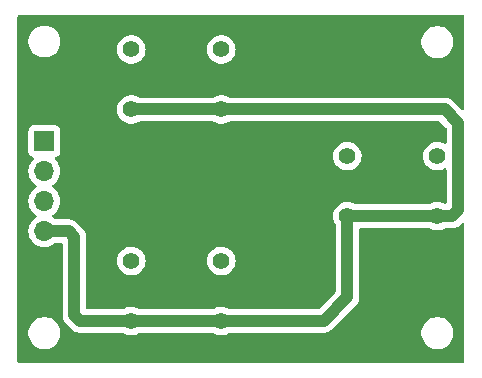
<source format=gbr>
%TF.GenerationSoftware,KiCad,Pcbnew,8.0.7*%
%TF.CreationDate,2025-01-07T20:01:39+01:00*%
%TF.ProjectId,keyboard,6b657962-6f61-4726-942e-6b696361645f,rev?*%
%TF.SameCoordinates,Original*%
%TF.FileFunction,Copper,L1,Top*%
%TF.FilePolarity,Positive*%
%FSLAX46Y46*%
G04 Gerber Fmt 4.6, Leading zero omitted, Abs format (unit mm)*
G04 Created by KiCad (PCBNEW 8.0.7) date 2025-01-07 20:01:39*
%MOMM*%
%LPD*%
G01*
G04 APERTURE LIST*
%TA.AperFunction,ComponentPad*%
%ADD10C,1.397000*%
%TD*%
%TA.AperFunction,ComponentPad*%
%ADD11R,1.700000X1.700000*%
%TD*%
%TA.AperFunction,ComponentPad*%
%ADD12O,1.700000X1.700000*%
%TD*%
%TA.AperFunction,Conductor*%
%ADD13C,1.000000*%
%TD*%
G04 APERTURE END LIST*
D10*
%TO.P,SW3,1,1*%
%TO.N,Net-(J1-Pin_3)*%
X54350000Y-45704000D03*
X61970000Y-45704000D03*
%TO.P,SW3,2,2*%
%TO.N,/5VB*%
X54350000Y-50784000D03*
X61970000Y-50784000D03*
%TD*%
%TO.P,SW2,1,1*%
%TO.N,Net-(J1-Pin_2)*%
X72644000Y-36830000D03*
X80264000Y-36830000D03*
%TO.P,SW2,2,2*%
%TO.N,/5VB*%
X72644000Y-41910000D03*
X80264000Y-41910000D03*
%TD*%
%TO.P,SW1,1,1*%
%TO.N,Net-(J1-Pin_1)*%
X54350000Y-27804000D03*
X61970000Y-27804000D03*
%TO.P,SW1,2,2*%
%TO.N,/5VB*%
X54350000Y-32884000D03*
X61970000Y-32884000D03*
%TD*%
D11*
%TO.P,J1,1,Pin_1*%
%TO.N,Net-(J1-Pin_1)*%
X46990000Y-35570000D03*
D12*
%TO.P,J1,2,Pin_2*%
%TO.N,Net-(J1-Pin_2)*%
X46990000Y-38110000D03*
%TO.P,J1,3,Pin_3*%
%TO.N,Net-(J1-Pin_3)*%
X46990000Y-40650000D03*
%TO.P,J1,4,Pin_4*%
%TO.N,/5VB*%
X46990000Y-43190000D03*
%TD*%
D13*
%TO.N,/5VB*%
X61970000Y-32884000D02*
X54350000Y-32884000D01*
X80890000Y-32884000D02*
X61970000Y-32884000D01*
X82042000Y-34036000D02*
X80890000Y-32884000D01*
X82042000Y-41402000D02*
X82042000Y-34036000D01*
X81534000Y-41910000D02*
X82042000Y-41402000D01*
X80264000Y-41910000D02*
X81534000Y-41910000D01*
X72644000Y-41910000D02*
X80264000Y-41910000D01*
X72644000Y-48768000D02*
X72644000Y-41910000D01*
X70628000Y-50784000D02*
X72644000Y-48768000D01*
X61970000Y-50784000D02*
X70628000Y-50784000D01*
X54350000Y-50784000D02*
X61970000Y-50784000D01*
X50054000Y-50784000D02*
X54350000Y-50784000D01*
X49530000Y-50292000D02*
X50038000Y-50800000D01*
X50038000Y-50800000D02*
X50054000Y-50784000D01*
X49530000Y-43688000D02*
X49530000Y-50292000D01*
X49032000Y-43190000D02*
X49530000Y-43688000D01*
X46990000Y-43190000D02*
X49032000Y-43190000D01*
%TD*%
%TA.AperFunction,NonConductor*%
G36*
X82493039Y-24911685D02*
G01*
X82538794Y-24964489D01*
X82550000Y-25016000D01*
X82550000Y-32829718D01*
X82530315Y-32896757D01*
X82477511Y-32942512D01*
X82408353Y-32952456D01*
X82344797Y-32923431D01*
X82338319Y-32917399D01*
X81671479Y-32250559D01*
X81671459Y-32250537D01*
X81527785Y-32106863D01*
X81527781Y-32106860D01*
X81363920Y-31997371D01*
X81363911Y-31997366D01*
X81291315Y-31967296D01*
X81235165Y-31944038D01*
X81181836Y-31921949D01*
X81181832Y-31921948D01*
X81181828Y-31921946D01*
X81085188Y-31902724D01*
X80988544Y-31883500D01*
X80988541Y-31883500D01*
X62667015Y-31883500D01*
X62601738Y-31864927D01*
X62506733Y-31806102D01*
X62506727Y-31806099D01*
X62399080Y-31764397D01*
X62299528Y-31725830D01*
X62081104Y-31685000D01*
X61858896Y-31685000D01*
X61640472Y-31725830D01*
X61590695Y-31745113D01*
X61433272Y-31806099D01*
X61433266Y-31806102D01*
X61338262Y-31864927D01*
X61272985Y-31883500D01*
X55047015Y-31883500D01*
X54981738Y-31864927D01*
X54886733Y-31806102D01*
X54886727Y-31806099D01*
X54779080Y-31764397D01*
X54679528Y-31725830D01*
X54461104Y-31685000D01*
X54238896Y-31685000D01*
X54020472Y-31725830D01*
X53970695Y-31745113D01*
X53813272Y-31806099D01*
X53813266Y-31806102D01*
X53624346Y-31923076D01*
X53624344Y-31923078D01*
X53460133Y-32072775D01*
X53326222Y-32250103D01*
X53227180Y-32449005D01*
X53227174Y-32449020D01*
X53166366Y-32662738D01*
X53166365Y-32662740D01*
X53145863Y-32883999D01*
X53145863Y-32884000D01*
X53166365Y-33105259D01*
X53166366Y-33105261D01*
X53227174Y-33318979D01*
X53227180Y-33318994D01*
X53326222Y-33517896D01*
X53460133Y-33695224D01*
X53624344Y-33844921D01*
X53624346Y-33844923D01*
X53813266Y-33961897D01*
X53813272Y-33961900D01*
X53842206Y-33973109D01*
X54020472Y-34042170D01*
X54238896Y-34083000D01*
X54238899Y-34083000D01*
X54461101Y-34083000D01*
X54461104Y-34083000D01*
X54679528Y-34042170D01*
X54886730Y-33961899D01*
X54979942Y-33904185D01*
X54981738Y-33903073D01*
X55047015Y-33884500D01*
X61272985Y-33884500D01*
X61338262Y-33903073D01*
X61433266Y-33961897D01*
X61433272Y-33961900D01*
X61462206Y-33973109D01*
X61640472Y-34042170D01*
X61858896Y-34083000D01*
X61858899Y-34083000D01*
X62081101Y-34083000D01*
X62081104Y-34083000D01*
X62299528Y-34042170D01*
X62506730Y-33961899D01*
X62599942Y-33904185D01*
X62601738Y-33903073D01*
X62667015Y-33884500D01*
X80424218Y-33884500D01*
X80491257Y-33904185D01*
X80511899Y-33920819D01*
X81005181Y-34414101D01*
X81038666Y-34475424D01*
X81041500Y-34501782D01*
X81041500Y-35678556D01*
X81021815Y-35745595D01*
X80969011Y-35791350D01*
X80899853Y-35801294D01*
X80852224Y-35783984D01*
X80800730Y-35752101D01*
X80800727Y-35752099D01*
X80693080Y-35710397D01*
X80593528Y-35671830D01*
X80375104Y-35631000D01*
X80152896Y-35631000D01*
X79934472Y-35671830D01*
X79884695Y-35691113D01*
X79727272Y-35752099D01*
X79727266Y-35752102D01*
X79538346Y-35869076D01*
X79538344Y-35869078D01*
X79374133Y-36018775D01*
X79240222Y-36196103D01*
X79141180Y-36395005D01*
X79141174Y-36395020D01*
X79080366Y-36608738D01*
X79080365Y-36608740D01*
X79059863Y-36829999D01*
X79059863Y-36830000D01*
X79080365Y-37051259D01*
X79080366Y-37051261D01*
X79141174Y-37264979D01*
X79141180Y-37264994D01*
X79240222Y-37463896D01*
X79374133Y-37641224D01*
X79538344Y-37790921D01*
X79538346Y-37790923D01*
X79727266Y-37907897D01*
X79727272Y-37907900D01*
X79756206Y-37919109D01*
X79934472Y-37988170D01*
X80152896Y-38029000D01*
X80152899Y-38029000D01*
X80375101Y-38029000D01*
X80375104Y-38029000D01*
X80593528Y-37988170D01*
X80800730Y-37907899D01*
X80852223Y-37876015D01*
X80919583Y-37857460D01*
X80986282Y-37878268D01*
X81031144Y-37931834D01*
X81041500Y-37981443D01*
X81041500Y-40758556D01*
X81021815Y-40825595D01*
X80969011Y-40871350D01*
X80899853Y-40881294D01*
X80852224Y-40863984D01*
X80800730Y-40832101D01*
X80800727Y-40832099D01*
X80693080Y-40790397D01*
X80593528Y-40751830D01*
X80375104Y-40711000D01*
X80152896Y-40711000D01*
X79934472Y-40751830D01*
X79884695Y-40771113D01*
X79727272Y-40832099D01*
X79727266Y-40832102D01*
X79632262Y-40890927D01*
X79566985Y-40909500D01*
X73341015Y-40909500D01*
X73275738Y-40890927D01*
X73180733Y-40832102D01*
X73180727Y-40832099D01*
X73073080Y-40790397D01*
X72973528Y-40751830D01*
X72755104Y-40711000D01*
X72532896Y-40711000D01*
X72314472Y-40751830D01*
X72264695Y-40771113D01*
X72107272Y-40832099D01*
X72107266Y-40832102D01*
X71918346Y-40949076D01*
X71918344Y-40949078D01*
X71754133Y-41098775D01*
X71620222Y-41276103D01*
X71521180Y-41475005D01*
X71521174Y-41475020D01*
X71460366Y-41688738D01*
X71460365Y-41688740D01*
X71439863Y-41909999D01*
X71439863Y-41910000D01*
X71460365Y-42131259D01*
X71460366Y-42131261D01*
X71521174Y-42344979D01*
X71521180Y-42344994D01*
X71620224Y-42543901D01*
X71623241Y-42548773D01*
X71621567Y-42549809D01*
X71643144Y-42606890D01*
X71643500Y-42616281D01*
X71643500Y-48302217D01*
X71623815Y-48369256D01*
X71607181Y-48389898D01*
X70249899Y-49747181D01*
X70188576Y-49780666D01*
X70162218Y-49783500D01*
X62667015Y-49783500D01*
X62601738Y-49764927D01*
X62506733Y-49706102D01*
X62506727Y-49706099D01*
X62399080Y-49664397D01*
X62299528Y-49625830D01*
X62081104Y-49585000D01*
X61858896Y-49585000D01*
X61640472Y-49625830D01*
X61590695Y-49645113D01*
X61433272Y-49706099D01*
X61433266Y-49706102D01*
X61338262Y-49764927D01*
X61272985Y-49783500D01*
X55047015Y-49783500D01*
X54981738Y-49764927D01*
X54886733Y-49706102D01*
X54886727Y-49706099D01*
X54779080Y-49664397D01*
X54679528Y-49625830D01*
X54461104Y-49585000D01*
X54238896Y-49585000D01*
X54020472Y-49625830D01*
X53970695Y-49645113D01*
X53813272Y-49706099D01*
X53813266Y-49706102D01*
X53718262Y-49764927D01*
X53652985Y-49783500D01*
X50654500Y-49783500D01*
X50587461Y-49763815D01*
X50541706Y-49711011D01*
X50530500Y-49659500D01*
X50530500Y-45703999D01*
X53145863Y-45703999D01*
X53145863Y-45704000D01*
X53166365Y-45925259D01*
X53166366Y-45925261D01*
X53227174Y-46138979D01*
X53227180Y-46138994D01*
X53326222Y-46337896D01*
X53460133Y-46515224D01*
X53624344Y-46664921D01*
X53624346Y-46664923D01*
X53813266Y-46781897D01*
X53813272Y-46781900D01*
X53842206Y-46793109D01*
X54020472Y-46862170D01*
X54238896Y-46903000D01*
X54238899Y-46903000D01*
X54461101Y-46903000D01*
X54461104Y-46903000D01*
X54679528Y-46862170D01*
X54886730Y-46781899D01*
X55075655Y-46664922D01*
X55239868Y-46515222D01*
X55373778Y-46337896D01*
X55472824Y-46138984D01*
X55533634Y-45925260D01*
X55554137Y-45704000D01*
X55554137Y-45703999D01*
X60765863Y-45703999D01*
X60765863Y-45704000D01*
X60786365Y-45925259D01*
X60786366Y-45925261D01*
X60847174Y-46138979D01*
X60847180Y-46138994D01*
X60946222Y-46337896D01*
X61080133Y-46515224D01*
X61244344Y-46664921D01*
X61244346Y-46664923D01*
X61433266Y-46781897D01*
X61433272Y-46781900D01*
X61462206Y-46793109D01*
X61640472Y-46862170D01*
X61858896Y-46903000D01*
X61858899Y-46903000D01*
X62081101Y-46903000D01*
X62081104Y-46903000D01*
X62299528Y-46862170D01*
X62506730Y-46781899D01*
X62695655Y-46664922D01*
X62859868Y-46515222D01*
X62993778Y-46337896D01*
X63092824Y-46138984D01*
X63153634Y-45925260D01*
X63174137Y-45704000D01*
X63153634Y-45482740D01*
X63092824Y-45269016D01*
X62993778Y-45070104D01*
X62859868Y-44892778D01*
X62859866Y-44892775D01*
X62695655Y-44743078D01*
X62695653Y-44743076D01*
X62506733Y-44626102D01*
X62506727Y-44626099D01*
X62399080Y-44584397D01*
X62299528Y-44545830D01*
X62081104Y-44505000D01*
X61858896Y-44505000D01*
X61640472Y-44545830D01*
X61590695Y-44565113D01*
X61433272Y-44626099D01*
X61433266Y-44626102D01*
X61244346Y-44743076D01*
X61244344Y-44743078D01*
X61080133Y-44892775D01*
X60946222Y-45070103D01*
X60847180Y-45269005D01*
X60847174Y-45269020D01*
X60786366Y-45482738D01*
X60786365Y-45482740D01*
X60765863Y-45703999D01*
X55554137Y-45703999D01*
X55533634Y-45482740D01*
X55472824Y-45269016D01*
X55373778Y-45070104D01*
X55239868Y-44892778D01*
X55239866Y-44892775D01*
X55075655Y-44743078D01*
X55075653Y-44743076D01*
X54886733Y-44626102D01*
X54886727Y-44626099D01*
X54779080Y-44584397D01*
X54679528Y-44545830D01*
X54461104Y-44505000D01*
X54238896Y-44505000D01*
X54020472Y-44545830D01*
X53970695Y-44565113D01*
X53813272Y-44626099D01*
X53813266Y-44626102D01*
X53624346Y-44743076D01*
X53624344Y-44743078D01*
X53460133Y-44892775D01*
X53326222Y-45070103D01*
X53227180Y-45269005D01*
X53227174Y-45269020D01*
X53166366Y-45482738D01*
X53166365Y-45482740D01*
X53145863Y-45703999D01*
X50530500Y-45703999D01*
X50530500Y-43589456D01*
X50492052Y-43396170D01*
X50492051Y-43396169D01*
X50492051Y-43396165D01*
X50492049Y-43396160D01*
X50416635Y-43214092D01*
X50416628Y-43214079D01*
X50307140Y-43050219D01*
X50244818Y-42987897D01*
X50167782Y-42910861D01*
X50167781Y-42910860D01*
X49816208Y-42559288D01*
X49816206Y-42559285D01*
X49816206Y-42559286D01*
X49809139Y-42552219D01*
X49809139Y-42552218D01*
X49669782Y-42412861D01*
X49669781Y-42412860D01*
X49669780Y-42412859D01*
X49505920Y-42303371D01*
X49505911Y-42303366D01*
X49433315Y-42273296D01*
X49377165Y-42250038D01*
X49323836Y-42227949D01*
X49323832Y-42227948D01*
X49323828Y-42227946D01*
X49227188Y-42208724D01*
X49130544Y-42189500D01*
X49130541Y-42189500D01*
X47950758Y-42189500D01*
X47883719Y-42169815D01*
X47863077Y-42153181D01*
X47861402Y-42151506D01*
X47861396Y-42151501D01*
X47675842Y-42021575D01*
X47632217Y-41966998D01*
X47625023Y-41897500D01*
X47656546Y-41835145D01*
X47675842Y-41818425D01*
X47698026Y-41802891D01*
X47861401Y-41688495D01*
X48028495Y-41521401D01*
X48164035Y-41327830D01*
X48263903Y-41113663D01*
X48325063Y-40885408D01*
X48345659Y-40650000D01*
X48325063Y-40414592D01*
X48263903Y-40186337D01*
X48164035Y-39972171D01*
X48028495Y-39778599D01*
X48028494Y-39778597D01*
X47861402Y-39611506D01*
X47861396Y-39611501D01*
X47675842Y-39481575D01*
X47632217Y-39426998D01*
X47625023Y-39357500D01*
X47656546Y-39295145D01*
X47675842Y-39278425D01*
X47698026Y-39262891D01*
X47861401Y-39148495D01*
X48028495Y-38981401D01*
X48164035Y-38787830D01*
X48263903Y-38573663D01*
X48325063Y-38345408D01*
X48345659Y-38110000D01*
X48325063Y-37874592D01*
X48263903Y-37646337D01*
X48164035Y-37432171D01*
X48046966Y-37264979D01*
X48028496Y-37238600D01*
X48028495Y-37238599D01*
X47906567Y-37116671D01*
X47873084Y-37055351D01*
X47878068Y-36985659D01*
X47919939Y-36929725D01*
X47950915Y-36912810D01*
X48082331Y-36863796D01*
X48127478Y-36829999D01*
X71439863Y-36829999D01*
X71439863Y-36830000D01*
X71460365Y-37051259D01*
X71460366Y-37051261D01*
X71521174Y-37264979D01*
X71521180Y-37264994D01*
X71620222Y-37463896D01*
X71754133Y-37641224D01*
X71918344Y-37790921D01*
X71918346Y-37790923D01*
X72107266Y-37907897D01*
X72107272Y-37907900D01*
X72136206Y-37919109D01*
X72314472Y-37988170D01*
X72532896Y-38029000D01*
X72532899Y-38029000D01*
X72755101Y-38029000D01*
X72755104Y-38029000D01*
X72973528Y-37988170D01*
X73180730Y-37907899D01*
X73369655Y-37790922D01*
X73509200Y-37663709D01*
X73533866Y-37641224D01*
X73533868Y-37641222D01*
X73667778Y-37463896D01*
X73766824Y-37264984D01*
X73827634Y-37051260D01*
X73848137Y-36830000D01*
X73843276Y-36777547D01*
X73827634Y-36608740D01*
X73827633Y-36608738D01*
X73787556Y-36467883D01*
X73766824Y-36395016D01*
X73667778Y-36196104D01*
X73533868Y-36018778D01*
X73533866Y-36018775D01*
X73369655Y-35869078D01*
X73369653Y-35869076D01*
X73180733Y-35752102D01*
X73180727Y-35752099D01*
X73073080Y-35710397D01*
X72973528Y-35671830D01*
X72755104Y-35631000D01*
X72532896Y-35631000D01*
X72314472Y-35671830D01*
X72264695Y-35691113D01*
X72107272Y-35752099D01*
X72107266Y-35752102D01*
X71918346Y-35869076D01*
X71918344Y-35869078D01*
X71754133Y-36018775D01*
X71620222Y-36196103D01*
X71521180Y-36395005D01*
X71521174Y-36395020D01*
X71460366Y-36608738D01*
X71460365Y-36608740D01*
X71439863Y-36829999D01*
X48127478Y-36829999D01*
X48197546Y-36777546D01*
X48283796Y-36662331D01*
X48334091Y-36527483D01*
X48340500Y-36467873D01*
X48340499Y-34672128D01*
X48334091Y-34612517D01*
X48283796Y-34477669D01*
X48283795Y-34477668D01*
X48283793Y-34477664D01*
X48197547Y-34362455D01*
X48197544Y-34362452D01*
X48082335Y-34276206D01*
X48082328Y-34276202D01*
X47947482Y-34225908D01*
X47947483Y-34225908D01*
X47887883Y-34219501D01*
X47887881Y-34219500D01*
X47887873Y-34219500D01*
X47887864Y-34219500D01*
X46092129Y-34219500D01*
X46092123Y-34219501D01*
X46032516Y-34225908D01*
X45897671Y-34276202D01*
X45897664Y-34276206D01*
X45782455Y-34362452D01*
X45782452Y-34362455D01*
X45696206Y-34477664D01*
X45696202Y-34477671D01*
X45645908Y-34612517D01*
X45639501Y-34672116D01*
X45639501Y-34672123D01*
X45639500Y-34672135D01*
X45639500Y-36467870D01*
X45639501Y-36467876D01*
X45645908Y-36527483D01*
X45696202Y-36662328D01*
X45696206Y-36662335D01*
X45782452Y-36777544D01*
X45782455Y-36777547D01*
X45897664Y-36863793D01*
X45897671Y-36863797D01*
X46029081Y-36912810D01*
X46085015Y-36954681D01*
X46109432Y-37020145D01*
X46094580Y-37088418D01*
X46073430Y-37116673D01*
X45951503Y-37238600D01*
X45815965Y-37432169D01*
X45815964Y-37432171D01*
X45716098Y-37646335D01*
X45716094Y-37646344D01*
X45654938Y-37874586D01*
X45654936Y-37874596D01*
X45634341Y-38109999D01*
X45634341Y-38110000D01*
X45654936Y-38345403D01*
X45654938Y-38345413D01*
X45716094Y-38573655D01*
X45716096Y-38573659D01*
X45716097Y-38573663D01*
X45815965Y-38787830D01*
X45815967Y-38787834D01*
X45951501Y-38981395D01*
X45951506Y-38981402D01*
X46118597Y-39148493D01*
X46118603Y-39148498D01*
X46304158Y-39278425D01*
X46347783Y-39333002D01*
X46354977Y-39402500D01*
X46323454Y-39464855D01*
X46304158Y-39481575D01*
X46118597Y-39611505D01*
X45951505Y-39778597D01*
X45815965Y-39972169D01*
X45815964Y-39972171D01*
X45716098Y-40186335D01*
X45716094Y-40186344D01*
X45654938Y-40414586D01*
X45654936Y-40414596D01*
X45634341Y-40649999D01*
X45634341Y-40650000D01*
X45654936Y-40885403D01*
X45654938Y-40885413D01*
X45716094Y-41113655D01*
X45716096Y-41113659D01*
X45716097Y-41113663D01*
X45791844Y-41276103D01*
X45815965Y-41327830D01*
X45815967Y-41327834D01*
X45951501Y-41521395D01*
X45951506Y-41521402D01*
X46118597Y-41688493D01*
X46118603Y-41688498D01*
X46304158Y-41818425D01*
X46347783Y-41873002D01*
X46354977Y-41942500D01*
X46323454Y-42004855D01*
X46304158Y-42021575D01*
X46118597Y-42151505D01*
X45951505Y-42318597D01*
X45815965Y-42512169D01*
X45815964Y-42512171D01*
X45716098Y-42726335D01*
X45716094Y-42726344D01*
X45654938Y-42954586D01*
X45654936Y-42954596D01*
X45634341Y-43189999D01*
X45634341Y-43190000D01*
X45654936Y-43425403D01*
X45654938Y-43425413D01*
X45716094Y-43653655D01*
X45716096Y-43653659D01*
X45716097Y-43653663D01*
X45815965Y-43867830D01*
X45815967Y-43867834D01*
X45924281Y-44022521D01*
X45951505Y-44061401D01*
X46118599Y-44228495D01*
X46215384Y-44296265D01*
X46312165Y-44364032D01*
X46312167Y-44364033D01*
X46312170Y-44364035D01*
X46526337Y-44463903D01*
X46754592Y-44525063D01*
X46942918Y-44541539D01*
X46989999Y-44545659D01*
X46990000Y-44545659D01*
X46990001Y-44545659D01*
X47029234Y-44542226D01*
X47225408Y-44525063D01*
X47453663Y-44463903D01*
X47667830Y-44364035D01*
X47861401Y-44228495D01*
X47863077Y-44226819D01*
X47863995Y-44226317D01*
X47865544Y-44225018D01*
X47865805Y-44225329D01*
X47924400Y-44193334D01*
X47950758Y-44190500D01*
X48405500Y-44190500D01*
X48472539Y-44210185D01*
X48518294Y-44262989D01*
X48529500Y-44314500D01*
X48529500Y-50390544D01*
X48564090Y-50564440D01*
X48567948Y-50583831D01*
X48567949Y-50583837D01*
X48643364Y-50765907D01*
X48643371Y-50765920D01*
X48752859Y-50929780D01*
X48752860Y-50929781D01*
X48752861Y-50929782D01*
X48892218Y-51069139D01*
X48892219Y-51069139D01*
X48899286Y-51076206D01*
X48899285Y-51076206D01*
X48899289Y-51076209D01*
X49400214Y-51577136D01*
X49400218Y-51577139D01*
X49564078Y-51686627D01*
X49564084Y-51686630D01*
X49564085Y-51686631D01*
X49746164Y-51762051D01*
X49939454Y-51800499D01*
X49939457Y-51800500D01*
X49939459Y-51800500D01*
X50136541Y-51800500D01*
X50172300Y-51793386D01*
X50204997Y-51786882D01*
X50229188Y-51784500D01*
X53652985Y-51784500D01*
X53718262Y-51803073D01*
X53813266Y-51861897D01*
X53813272Y-51861900D01*
X53842206Y-51873109D01*
X54020472Y-51942170D01*
X54238896Y-51983000D01*
X54238899Y-51983000D01*
X54461101Y-51983000D01*
X54461104Y-51983000D01*
X54679528Y-51942170D01*
X54886730Y-51861899D01*
X54916577Y-51843418D01*
X54981738Y-51803073D01*
X55047015Y-51784500D01*
X61272985Y-51784500D01*
X61338262Y-51803073D01*
X61433266Y-51861897D01*
X61433272Y-51861900D01*
X61462206Y-51873109D01*
X61640472Y-51942170D01*
X61858896Y-51983000D01*
X61858899Y-51983000D01*
X62081101Y-51983000D01*
X62081104Y-51983000D01*
X62299528Y-51942170D01*
X62506730Y-51861899D01*
X62536577Y-51843418D01*
X62601738Y-51803073D01*
X62667015Y-51784500D01*
X70726542Y-51784500D01*
X70745870Y-51780655D01*
X70823188Y-51765275D01*
X70919836Y-51746051D01*
X71007563Y-51709713D01*
X71007568Y-51709711D01*
X78913500Y-51709711D01*
X78913500Y-51922286D01*
X78946753Y-52132239D01*
X79012444Y-52334414D01*
X79108951Y-52523820D01*
X79233890Y-52695786D01*
X79384213Y-52846109D01*
X79556179Y-52971048D01*
X79556181Y-52971049D01*
X79556184Y-52971051D01*
X79745588Y-53067557D01*
X79947757Y-53133246D01*
X80157713Y-53166500D01*
X80157714Y-53166500D01*
X80370286Y-53166500D01*
X80370287Y-53166500D01*
X80580243Y-53133246D01*
X80782412Y-53067557D01*
X80971816Y-52971051D01*
X80993789Y-52955086D01*
X81143786Y-52846109D01*
X81143788Y-52846106D01*
X81143792Y-52846104D01*
X81294104Y-52695792D01*
X81294106Y-52695788D01*
X81294109Y-52695786D01*
X81419048Y-52523820D01*
X81419047Y-52523820D01*
X81419051Y-52523816D01*
X81515557Y-52334412D01*
X81581246Y-52132243D01*
X81614500Y-51922287D01*
X81614500Y-51709713D01*
X81610844Y-51686632D01*
X81581246Y-51499760D01*
X81581246Y-51499757D01*
X81515557Y-51297588D01*
X81419051Y-51108184D01*
X81419049Y-51108181D01*
X81419048Y-51108179D01*
X81294109Y-50936213D01*
X81143786Y-50785890D01*
X80971820Y-50660951D01*
X80782414Y-50564444D01*
X80782413Y-50564443D01*
X80782412Y-50564443D01*
X80580243Y-50498754D01*
X80580241Y-50498753D01*
X80580240Y-50498753D01*
X80418957Y-50473208D01*
X80370287Y-50465500D01*
X80157713Y-50465500D01*
X80109042Y-50473208D01*
X79947760Y-50498753D01*
X79745585Y-50564444D01*
X79556179Y-50660951D01*
X79384213Y-50785890D01*
X79233890Y-50936213D01*
X79108951Y-51108179D01*
X79012444Y-51297585D01*
X78946753Y-51499760D01*
X78913500Y-51709711D01*
X71007568Y-51709711D01*
X71101914Y-51670632D01*
X71265782Y-51561139D01*
X71405139Y-51421782D01*
X71405139Y-51421780D01*
X71415347Y-51411573D01*
X71415348Y-51411570D01*
X73421140Y-49405781D01*
X73530632Y-49241914D01*
X73606052Y-49059835D01*
X73644501Y-48866540D01*
X73644501Y-48669459D01*
X73644501Y-48664349D01*
X73644500Y-48664323D01*
X73644500Y-43034500D01*
X73664185Y-42967461D01*
X73716989Y-42921706D01*
X73768500Y-42910500D01*
X79566985Y-42910500D01*
X79632262Y-42929073D01*
X79727266Y-42987897D01*
X79727272Y-42987900D01*
X79756206Y-42999109D01*
X79934472Y-43068170D01*
X80152896Y-43109000D01*
X80152899Y-43109000D01*
X80375101Y-43109000D01*
X80375104Y-43109000D01*
X80593528Y-43068170D01*
X80800730Y-42987899D01*
X80833739Y-42967461D01*
X80895738Y-42929073D01*
X80961015Y-42910500D01*
X81632542Y-42910500D01*
X81651870Y-42906655D01*
X81729188Y-42891275D01*
X81825836Y-42872051D01*
X81879165Y-42849961D01*
X82007914Y-42796632D01*
X82171782Y-42687139D01*
X82311139Y-42547782D01*
X82311139Y-42547780D01*
X82321347Y-42537573D01*
X82321348Y-42537570D01*
X82338323Y-42520595D01*
X82399645Y-42487114D01*
X82469337Y-42492101D01*
X82525269Y-42533973D01*
X82549684Y-42599439D01*
X82550000Y-42608281D01*
X82550000Y-54232000D01*
X82530315Y-54299039D01*
X82477511Y-54344794D01*
X82426000Y-54356000D01*
X44828000Y-54356000D01*
X44760961Y-54336315D01*
X44715206Y-54283511D01*
X44704000Y-54232000D01*
X44704000Y-51709711D01*
X45639500Y-51709711D01*
X45639500Y-51922286D01*
X45672753Y-52132239D01*
X45738444Y-52334414D01*
X45834951Y-52523820D01*
X45959890Y-52695786D01*
X46110213Y-52846109D01*
X46282179Y-52971048D01*
X46282181Y-52971049D01*
X46282184Y-52971051D01*
X46471588Y-53067557D01*
X46673757Y-53133246D01*
X46883713Y-53166500D01*
X46883714Y-53166500D01*
X47096286Y-53166500D01*
X47096287Y-53166500D01*
X47306243Y-53133246D01*
X47508412Y-53067557D01*
X47697816Y-52971051D01*
X47719789Y-52955086D01*
X47869786Y-52846109D01*
X47869788Y-52846106D01*
X47869792Y-52846104D01*
X48020104Y-52695792D01*
X48020106Y-52695788D01*
X48020109Y-52695786D01*
X48145048Y-52523820D01*
X48145047Y-52523820D01*
X48145051Y-52523816D01*
X48241557Y-52334412D01*
X48307246Y-52132243D01*
X48340500Y-51922287D01*
X48340500Y-51709713D01*
X48336844Y-51686632D01*
X48307246Y-51499760D01*
X48307246Y-51499757D01*
X48241557Y-51297588D01*
X48145051Y-51108184D01*
X48145049Y-51108181D01*
X48145048Y-51108179D01*
X48020109Y-50936213D01*
X47869786Y-50785890D01*
X47697820Y-50660951D01*
X47508414Y-50564444D01*
X47508413Y-50564443D01*
X47508412Y-50564443D01*
X47306243Y-50498754D01*
X47306241Y-50498753D01*
X47306240Y-50498753D01*
X47144957Y-50473208D01*
X47096287Y-50465500D01*
X46883713Y-50465500D01*
X46835042Y-50473208D01*
X46673760Y-50498753D01*
X46471585Y-50564444D01*
X46282179Y-50660951D01*
X46110213Y-50785890D01*
X45959890Y-50936213D01*
X45834951Y-51108179D01*
X45738444Y-51297585D01*
X45672753Y-51499760D01*
X45639500Y-51709711D01*
X44704000Y-51709711D01*
X44704000Y-27023713D01*
X45639500Y-27023713D01*
X45639500Y-27236286D01*
X45660520Y-27369005D01*
X45672754Y-27446243D01*
X45688350Y-27494243D01*
X45738444Y-27648414D01*
X45834951Y-27837820D01*
X45959890Y-28009786D01*
X46110213Y-28160109D01*
X46282179Y-28285048D01*
X46282181Y-28285049D01*
X46282184Y-28285051D01*
X46471588Y-28381557D01*
X46673757Y-28447246D01*
X46883713Y-28480500D01*
X46883714Y-28480500D01*
X47096286Y-28480500D01*
X47096287Y-28480500D01*
X47306243Y-28447246D01*
X47508412Y-28381557D01*
X47697816Y-28285051D01*
X47719789Y-28269086D01*
X47869786Y-28160109D01*
X47869788Y-28160106D01*
X47869792Y-28160104D01*
X48020104Y-28009792D01*
X48020106Y-28009788D01*
X48020109Y-28009786D01*
X48145048Y-27837820D01*
X48145047Y-27837820D01*
X48145051Y-27837816D01*
X48162282Y-27803999D01*
X53145863Y-27803999D01*
X53145863Y-27804000D01*
X53166365Y-28025259D01*
X53166366Y-28025261D01*
X53227174Y-28238979D01*
X53227180Y-28238994D01*
X53326222Y-28437896D01*
X53460133Y-28615224D01*
X53624344Y-28764921D01*
X53624346Y-28764923D01*
X53813266Y-28881897D01*
X53813272Y-28881900D01*
X53842206Y-28893109D01*
X54020472Y-28962170D01*
X54238896Y-29003000D01*
X54238899Y-29003000D01*
X54461101Y-29003000D01*
X54461104Y-29003000D01*
X54679528Y-28962170D01*
X54886730Y-28881899D01*
X55075655Y-28764922D01*
X55239868Y-28615222D01*
X55373778Y-28437896D01*
X55472824Y-28238984D01*
X55533634Y-28025260D01*
X55554137Y-27804000D01*
X55554137Y-27803999D01*
X60765863Y-27803999D01*
X60765863Y-27804000D01*
X60786365Y-28025259D01*
X60786366Y-28025261D01*
X60847174Y-28238979D01*
X60847180Y-28238994D01*
X60946222Y-28437896D01*
X61080133Y-28615224D01*
X61244344Y-28764921D01*
X61244346Y-28764923D01*
X61433266Y-28881897D01*
X61433272Y-28881900D01*
X61462206Y-28893109D01*
X61640472Y-28962170D01*
X61858896Y-29003000D01*
X61858899Y-29003000D01*
X62081101Y-29003000D01*
X62081104Y-29003000D01*
X62299528Y-28962170D01*
X62506730Y-28881899D01*
X62695655Y-28764922D01*
X62859868Y-28615222D01*
X62993778Y-28437896D01*
X63092824Y-28238984D01*
X63153634Y-28025260D01*
X63174137Y-27804000D01*
X63159719Y-27648412D01*
X63153634Y-27582740D01*
X63153633Y-27582738D01*
X63092825Y-27369020D01*
X63092824Y-27369016D01*
X62993778Y-27170104D01*
X62919477Y-27071713D01*
X78913500Y-27071713D01*
X78913500Y-27284287D01*
X78946754Y-27494243D01*
X78996847Y-27648414D01*
X79012444Y-27696414D01*
X79108951Y-27885820D01*
X79233890Y-28057786D01*
X79384213Y-28208109D01*
X79556179Y-28333048D01*
X79556181Y-28333049D01*
X79556184Y-28333051D01*
X79745588Y-28429557D01*
X79947757Y-28495246D01*
X80157713Y-28528500D01*
X80157714Y-28528500D01*
X80370286Y-28528500D01*
X80370287Y-28528500D01*
X80580243Y-28495246D01*
X80782412Y-28429557D01*
X80971816Y-28333051D01*
X81037887Y-28285048D01*
X81143786Y-28208109D01*
X81143788Y-28208106D01*
X81143792Y-28208104D01*
X81294104Y-28057792D01*
X81294106Y-28057788D01*
X81294109Y-28057786D01*
X81419048Y-27885820D01*
X81419047Y-27885820D01*
X81419051Y-27885816D01*
X81515557Y-27696412D01*
X81581246Y-27494243D01*
X81614500Y-27284287D01*
X81614500Y-27071713D01*
X81581246Y-26861757D01*
X81515557Y-26659588D01*
X81419051Y-26470184D01*
X81419049Y-26470181D01*
X81419048Y-26470179D01*
X81294109Y-26298213D01*
X81143786Y-26147890D01*
X80971820Y-26022951D01*
X80782414Y-25926444D01*
X80782413Y-25926443D01*
X80782412Y-25926443D01*
X80580243Y-25860754D01*
X80580241Y-25860753D01*
X80580240Y-25860753D01*
X80418957Y-25835208D01*
X80370287Y-25827500D01*
X80157713Y-25827500D01*
X80109042Y-25835208D01*
X79947760Y-25860753D01*
X79745585Y-25926444D01*
X79556179Y-26022951D01*
X79384213Y-26147890D01*
X79233890Y-26298213D01*
X79108951Y-26470179D01*
X79012444Y-26659585D01*
X78946753Y-26861760D01*
X78913500Y-27071713D01*
X62919477Y-27071713D01*
X62859868Y-26992778D01*
X62859866Y-26992775D01*
X62695655Y-26843078D01*
X62695653Y-26843076D01*
X62506733Y-26726102D01*
X62506727Y-26726099D01*
X62399080Y-26684397D01*
X62299528Y-26645830D01*
X62081104Y-26605000D01*
X61858896Y-26605000D01*
X61640472Y-26645830D01*
X61604959Y-26659588D01*
X61433272Y-26726099D01*
X61433266Y-26726102D01*
X61244346Y-26843076D01*
X61244344Y-26843078D01*
X61080133Y-26992775D01*
X60946222Y-27170103D01*
X60847180Y-27369005D01*
X60847174Y-27369020D01*
X60786366Y-27582738D01*
X60786365Y-27582740D01*
X60765863Y-27803999D01*
X55554137Y-27803999D01*
X55539719Y-27648412D01*
X55533634Y-27582740D01*
X55533633Y-27582738D01*
X55472825Y-27369020D01*
X55472824Y-27369016D01*
X55373778Y-27170104D01*
X55239868Y-26992778D01*
X55239866Y-26992775D01*
X55075655Y-26843078D01*
X55075653Y-26843076D01*
X54886733Y-26726102D01*
X54886727Y-26726099D01*
X54779080Y-26684397D01*
X54679528Y-26645830D01*
X54461104Y-26605000D01*
X54238896Y-26605000D01*
X54020472Y-26645830D01*
X53984959Y-26659588D01*
X53813272Y-26726099D01*
X53813266Y-26726102D01*
X53624346Y-26843076D01*
X53624344Y-26843078D01*
X53460133Y-26992775D01*
X53326222Y-27170103D01*
X53227180Y-27369005D01*
X53227174Y-27369020D01*
X53166366Y-27582738D01*
X53166365Y-27582740D01*
X53145863Y-27803999D01*
X48162282Y-27803999D01*
X48241557Y-27648412D01*
X48307246Y-27446243D01*
X48340500Y-27236287D01*
X48340500Y-27023713D01*
X48307246Y-26813757D01*
X48241557Y-26611588D01*
X48145051Y-26422184D01*
X48145049Y-26422181D01*
X48145048Y-26422179D01*
X48020109Y-26250213D01*
X47869786Y-26099890D01*
X47697820Y-25974951D01*
X47508414Y-25878444D01*
X47508413Y-25878443D01*
X47508412Y-25878443D01*
X47306243Y-25812754D01*
X47306241Y-25812753D01*
X47306240Y-25812753D01*
X47144957Y-25787208D01*
X47096287Y-25779500D01*
X46883713Y-25779500D01*
X46835042Y-25787208D01*
X46673760Y-25812753D01*
X46471585Y-25878444D01*
X46282179Y-25974951D01*
X46110213Y-26099890D01*
X45959890Y-26250213D01*
X45834951Y-26422179D01*
X45738444Y-26611585D01*
X45672753Y-26813760D01*
X45639500Y-27023713D01*
X44704000Y-27023713D01*
X44704000Y-25016000D01*
X44723685Y-24948961D01*
X44776489Y-24903206D01*
X44828000Y-24892000D01*
X82426000Y-24892000D01*
X82493039Y-24911685D01*
G37*
%TD.AperFunction*%
M02*

</source>
